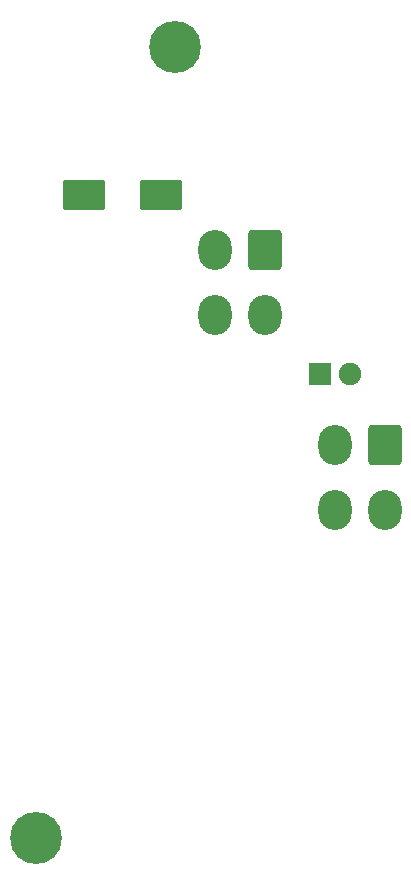
<source format=gbr>
%TF.GenerationSoftware,KiCad,Pcbnew,(6.0.9)*%
%TF.CreationDate,2023-04-01T14:25:18-08:00*%
%TF.ProjectId,LDG WING FOLD PLACARD,4c444720-5749-44e4-9720-464f4c442050,3*%
%TF.SameCoordinates,Original*%
%TF.FileFunction,Soldermask,Bot*%
%TF.FilePolarity,Negative*%
%FSLAX46Y46*%
G04 Gerber Fmt 4.6, Leading zero omitted, Abs format (unit mm)*
G04 Created by KiCad (PCBNEW (6.0.9)) date 2023-04-01 14:25:18*
%MOMM*%
%LPD*%
G01*
G04 APERTURE LIST*
G04 Aperture macros list*
%AMRoundRect*
0 Rectangle with rounded corners*
0 $1 Rounding radius*
0 $2 $3 $4 $5 $6 $7 $8 $9 X,Y pos of 4 corners*
0 Add a 4 corners polygon primitive as box body*
4,1,4,$2,$3,$4,$5,$6,$7,$8,$9,$2,$3,0*
0 Add four circle primitives for the rounded corners*
1,1,$1+$1,$2,$3*
1,1,$1+$1,$4,$5*
1,1,$1+$1,$6,$7*
1,1,$1+$1,$8,$9*
0 Add four rect primitives between the rounded corners*
20,1,$1+$1,$2,$3,$4,$5,0*
20,1,$1+$1,$4,$5,$6,$7,0*
20,1,$1+$1,$6,$7,$8,$9,0*
20,1,$1+$1,$8,$9,$2,$3,0*%
G04 Aperture macros list end*
%ADD10C,4.400000*%
%ADD11RoundRect,0.300000X-1.500000X-1.000000X1.500000X-1.000000X1.500000X1.000000X-1.500000X1.000000X0*%
%ADD12C,1.900000*%
%ADD13RoundRect,0.050000X-0.900000X-0.900000X0.900000X-0.900000X0.900000X0.900000X-0.900000X0.900000X0*%
%ADD14O,2.800000X3.400000*%
%ADD15RoundRect,0.300001X1.099999X1.399999X-1.099999X1.399999X-1.099999X-1.399999X1.099999X-1.399999X0*%
G04 APERTURE END LIST*
D10*
%TO.C,REF\u002A\u002A*%
X152291948Y-95977061D03*
%TD*%
%TO.C,REF\u002A\u002A*%
X164039448Y-28984561D03*
%TD*%
D11*
%TO.C,C1*%
X156414400Y-41554400D03*
X162914400Y-41554400D03*
%TD*%
D12*
%TO.C,D1*%
X178865000Y-56700000D03*
D13*
X176325000Y-56700000D03*
%TD*%
D14*
%TO.C,J1*%
X167504000Y-51728000D03*
X171704000Y-51728000D03*
X167504000Y-46228000D03*
D15*
X171704000Y-46228000D03*
%TD*%
%TO.C,J2*%
X181864000Y-62738000D03*
D14*
X177664000Y-62738000D03*
X181864000Y-68238000D03*
X177664000Y-68238000D03*
%TD*%
M02*

</source>
